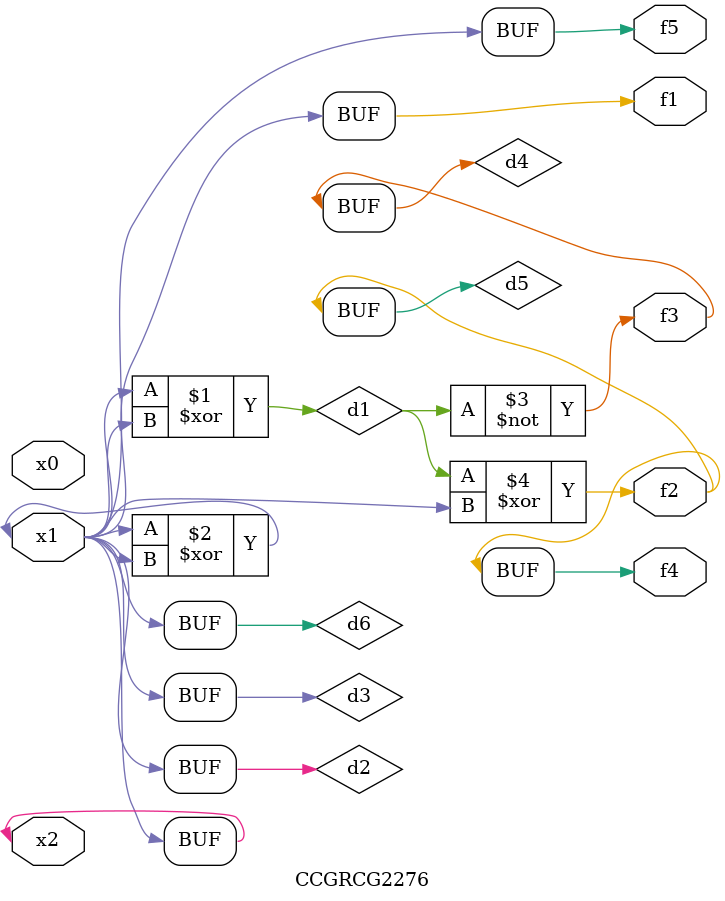
<source format=v>
module CCGRCG2276(
	input x0, x1, x2,
	output f1, f2, f3, f4, f5
);

	wire d1, d2, d3, d4, d5, d6;

	xor (d1, x1, x2);
	buf (d2, x1, x2);
	xor (d3, x1, x2);
	nor (d4, d1);
	xor (d5, d1, d2);
	buf (d6, d2, d3);
	assign f1 = d6;
	assign f2 = d5;
	assign f3 = d4;
	assign f4 = d5;
	assign f5 = d6;
endmodule

</source>
